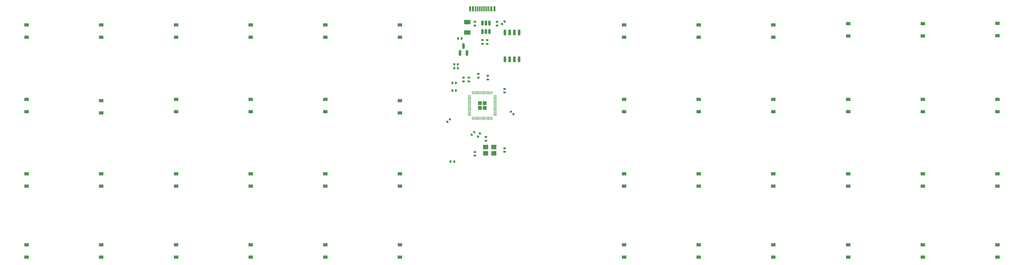
<source format=gbr>
%TF.GenerationSoftware,KiCad,Pcbnew,(6.0.7)*%
%TF.CreationDate,2022-08-22T17:31:43+01:00*%
%TF.ProjectId,ortho40,6f727468-6f34-4302-9e6b-696361645f70,rev?*%
%TF.SameCoordinates,Original*%
%TF.FileFunction,Paste,Bot*%
%TF.FilePolarity,Positive*%
%FSLAX46Y46*%
G04 Gerber Fmt 4.6, Leading zero omitted, Abs format (unit mm)*
G04 Created by KiCad (PCBNEW (6.0.7)) date 2022-08-22 17:31:43*
%MOMM*%
%LPD*%
G01*
G04 APERTURE LIST*
G04 Aperture macros list*
%AMRoundRect*
0 Rectangle with rounded corners*
0 $1 Rounding radius*
0 $2 $3 $4 $5 $6 $7 $8 $9 X,Y pos of 4 corners*
0 Add a 4 corners polygon primitive as box body*
4,1,4,$2,$3,$4,$5,$6,$7,$8,$9,$2,$3,0*
0 Add four circle primitives for the rounded corners*
1,1,$1+$1,$2,$3*
1,1,$1+$1,$4,$5*
1,1,$1+$1,$6,$7*
1,1,$1+$1,$8,$9*
0 Add four rect primitives between the rounded corners*
20,1,$1+$1,$2,$3,$4,$5,0*
20,1,$1+$1,$4,$5,$6,$7,0*
20,1,$1+$1,$6,$7,$8,$9,0*
20,1,$1+$1,$8,$9,$2,$3,0*%
G04 Aperture macros list end*
%ADD10R,1.200000X0.900000*%
%ADD11RoundRect,0.140000X0.170000X-0.140000X0.170000X0.140000X-0.170000X0.140000X-0.170000X-0.140000X0*%
%ADD12RoundRect,0.140000X0.140000X0.170000X-0.140000X0.170000X-0.140000X-0.170000X0.140000X-0.170000X0*%
%ADD13RoundRect,0.250000X-0.625000X0.375000X-0.625000X-0.375000X0.625000X-0.375000X0.625000X0.375000X0*%
%ADD14RoundRect,0.135000X0.185000X-0.135000X0.185000X0.135000X-0.185000X0.135000X-0.185000X-0.135000X0*%
%ADD15R,1.400000X1.200000*%
%ADD16RoundRect,0.135000X-0.035355X0.226274X-0.226274X0.035355X0.035355X-0.226274X0.226274X-0.035355X0*%
%ADD17RoundRect,0.150000X0.150000X-0.587500X0.150000X0.587500X-0.150000X0.587500X-0.150000X-0.587500X0*%
%ADD18RoundRect,0.135000X0.135000X0.185000X-0.135000X0.185000X-0.135000X-0.185000X0.135000X-0.185000X0*%
%ADD19RoundRect,0.140000X-0.021213X0.219203X-0.219203X0.021213X0.021213X-0.219203X0.219203X-0.021213X0*%
%ADD20RoundRect,0.250000X0.292217X0.292217X-0.292217X0.292217X-0.292217X-0.292217X0.292217X-0.292217X0*%
%ADD21RoundRect,0.050000X0.387500X0.050000X-0.387500X0.050000X-0.387500X-0.050000X0.387500X-0.050000X0*%
%ADD22RoundRect,0.050000X0.050000X0.387500X-0.050000X0.387500X-0.050000X-0.387500X0.050000X-0.387500X0*%
%ADD23RoundRect,0.135000X-0.185000X0.135000X-0.185000X-0.135000X0.185000X-0.135000X0.185000X0.135000X0*%
%ADD24RoundRect,0.140000X-0.140000X-0.170000X0.140000X-0.170000X0.140000X0.170000X-0.140000X0.170000X0*%
%ADD25RoundRect,0.140000X-0.170000X0.140000X-0.170000X-0.140000X0.170000X-0.140000X0.170000X0.140000X0*%
%ADD26RoundRect,0.150000X0.150000X-0.512500X0.150000X0.512500X-0.150000X0.512500X-0.150000X-0.512500X0*%
%ADD27RoundRect,0.140000X-0.219203X-0.021213X-0.021213X-0.219203X0.219203X0.021213X0.021213X0.219203X0*%
%ADD28R,0.600000X1.450000*%
%ADD29R,0.300000X1.450000*%
%ADD30RoundRect,0.140000X-0.077224X0.206244X-0.217224X-0.036244X0.077224X-0.206244X0.217224X0.036244X0*%
%ADD31RoundRect,0.150000X-0.150000X0.650000X-0.150000X-0.650000X0.150000X-0.650000X0.150000X0.650000X0*%
G04 APERTURE END LIST*
D10*
%TO.C,D6*%
X218000000Y-31650000D03*
X218000000Y-28350000D03*
%TD*%
%TO.C,D39*%
X78000000Y-90650000D03*
X78000000Y-87350000D03*
%TD*%
D11*
%TO.C,C14*%
X186000000Y-46480000D03*
X186000000Y-45520000D03*
%TD*%
%TO.C,C6*%
X176455282Y-43500759D03*
X176455282Y-42540759D03*
%TD*%
D10*
%TO.C,D21*%
X158000000Y-52000000D03*
X158000000Y-48700000D03*
%TD*%
%TO.C,D16*%
X118000000Y-51650000D03*
X118000000Y-48350000D03*
%TD*%
%TO.C,D22*%
X238000000Y-51650000D03*
X238000000Y-48350000D03*
%TD*%
D12*
%TO.C,C2*%
X174480000Y-32000000D03*
X173520000Y-32000000D03*
%TD*%
D13*
%TO.C,F1*%
X176000000Y-27600000D03*
X176000000Y-30400000D03*
%TD*%
D10*
%TO.C,D23*%
X278000000Y-51650000D03*
X278000000Y-48350000D03*
%TD*%
D14*
%TO.C,R2*%
X181324156Y-33460671D03*
X181324156Y-32440671D03*
%TD*%
D15*
%TO.C,Y1*%
X180900000Y-61100000D03*
X183100000Y-61100000D03*
X183100000Y-62800000D03*
X180900000Y-62800000D03*
%TD*%
D10*
%TO.C,D31*%
X258000000Y-71650000D03*
X258000000Y-68350000D03*
%TD*%
%TO.C,D18*%
X218000000Y-51650000D03*
X218000000Y-48350000D03*
%TD*%
D16*
%TO.C,R6*%
X186034799Y-27394231D03*
X185313551Y-28115479D03*
%TD*%
D11*
%TO.C,C5*%
X181500000Y-42980000D03*
X181500000Y-42020000D03*
%TD*%
D12*
%TO.C,C8*%
X172999309Y-43964820D03*
X172039309Y-43964820D03*
%TD*%
D10*
%TO.C,D2*%
X98000000Y-31650000D03*
X98000000Y-28350000D03*
%TD*%
%TO.C,D46*%
X238000000Y-90650000D03*
X238000000Y-87350000D03*
%TD*%
D17*
%TO.C,U2*%
X175950000Y-35937500D03*
X174050000Y-35937500D03*
X175000000Y-34062500D03*
%TD*%
D11*
%TO.C,C16*%
X178000000Y-63430000D03*
X178000000Y-62470000D03*
%TD*%
D10*
%TO.C,D41*%
X138000000Y-90650000D03*
X138000000Y-87350000D03*
%TD*%
%TO.C,D11*%
X278000000Y-31300000D03*
X278000000Y-28000000D03*
%TD*%
%TO.C,D7*%
X258000000Y-31650000D03*
X258000000Y-28350000D03*
%TD*%
%TO.C,D10*%
X238000000Y-31650000D03*
X238000000Y-28350000D03*
%TD*%
D18*
%TO.C,R1*%
X171490000Y-65000000D03*
X172510000Y-65000000D03*
%TD*%
D10*
%TO.C,D14*%
X98000000Y-51650000D03*
X98000000Y-48350000D03*
%TD*%
%TO.C,D17*%
X138000000Y-51650000D03*
X138000000Y-48350000D03*
%TD*%
%TO.C,D27*%
X78000000Y-71650000D03*
X78000000Y-68350000D03*
%TD*%
D19*
%TO.C,C4*%
X177835429Y-57132795D03*
X177156607Y-57811617D03*
%TD*%
D10*
%TO.C,D32*%
X298000000Y-71650000D03*
X298000000Y-68350000D03*
%TD*%
%TO.C,D42*%
X218000000Y-90650000D03*
X218000000Y-87350000D03*
%TD*%
%TO.C,D1*%
X58000000Y-31650000D03*
X58000000Y-28350000D03*
%TD*%
%TO.C,D36*%
X318000000Y-71650000D03*
X318000000Y-68350000D03*
%TD*%
D20*
%TO.C,U1*%
X179362500Y-49362500D03*
X180637500Y-49362500D03*
X180637500Y-50637500D03*
X179362500Y-50637500D03*
D21*
X183437500Y-47400000D03*
X183437500Y-47800000D03*
X183437500Y-48200000D03*
X183437500Y-48600000D03*
X183437500Y-49000000D03*
X183437500Y-49400000D03*
X183437500Y-49800000D03*
X183437500Y-50200000D03*
X183437500Y-50600000D03*
X183437500Y-51000000D03*
X183437500Y-51400000D03*
X183437500Y-51800000D03*
X183437500Y-52200000D03*
X183437500Y-52600000D03*
D22*
X182600000Y-53437500D03*
X182200000Y-53437500D03*
X181800000Y-53437500D03*
X181400000Y-53437500D03*
X181000000Y-53437500D03*
X180600000Y-53437500D03*
X180200000Y-53437500D03*
X179800000Y-53437500D03*
X179400000Y-53437500D03*
X179000000Y-53437500D03*
X178600000Y-53437500D03*
X178200000Y-53437500D03*
X177800000Y-53437500D03*
X177400000Y-53437500D03*
D21*
X176562500Y-52600000D03*
X176562500Y-52200000D03*
X176562500Y-51800000D03*
X176562500Y-51400000D03*
X176562500Y-51000000D03*
X176562500Y-50600000D03*
X176562500Y-50200000D03*
X176562500Y-49800000D03*
X176562500Y-49400000D03*
X176562500Y-49000000D03*
X176562500Y-48600000D03*
X176562500Y-48200000D03*
X176562500Y-47800000D03*
X176562500Y-47400000D03*
D22*
X177400000Y-46562500D03*
X177800000Y-46562500D03*
X178200000Y-46562500D03*
X178600000Y-46562500D03*
X179000000Y-46562500D03*
X179400000Y-46562500D03*
X179800000Y-46562500D03*
X180200000Y-46562500D03*
X180600000Y-46562500D03*
X181000000Y-46562500D03*
X181400000Y-46562500D03*
X181800000Y-46562500D03*
X182200000Y-46562500D03*
X182600000Y-46562500D03*
%TD*%
D23*
%TO.C,R4*%
X178000000Y-27490000D03*
X178000000Y-28510000D03*
%TD*%
D10*
%TO.C,D12*%
X318000000Y-31250000D03*
X318000000Y-27950000D03*
%TD*%
D11*
%TO.C,C7*%
X179000000Y-42480000D03*
X179000000Y-41520000D03*
%TD*%
D10*
%TO.C,D40*%
X118000000Y-90650000D03*
X118000000Y-87350000D03*
%TD*%
D23*
%TO.C,R5*%
X184000000Y-27490000D03*
X184000000Y-28510000D03*
%TD*%
D19*
%TO.C,C13*%
X171339411Y-53660589D03*
X170660589Y-54339411D03*
%TD*%
D10*
%TO.C,D25*%
X58000000Y-71650000D03*
X58000000Y-68350000D03*
%TD*%
D12*
%TO.C,C10*%
X172999309Y-45964820D03*
X172039309Y-45964820D03*
%TD*%
D10*
%TO.C,D47*%
X278000000Y-90650000D03*
X278000000Y-87350000D03*
%TD*%
%TO.C,D30*%
X218000000Y-71650000D03*
X218000000Y-68350000D03*
%TD*%
%TO.C,D15*%
X78000000Y-52000000D03*
X78000000Y-48700000D03*
%TD*%
%TO.C,D26*%
X98000000Y-71650000D03*
X98000000Y-68350000D03*
%TD*%
%TO.C,D43*%
X258000000Y-90650000D03*
X258000000Y-87350000D03*
%TD*%
D24*
%TO.C,C3*%
X172520000Y-40000000D03*
X173480000Y-40000000D03*
%TD*%
D10*
%TO.C,D4*%
X118000000Y-31650000D03*
X118000000Y-28350000D03*
%TD*%
%TO.C,D19*%
X258000000Y-51650000D03*
X258000000Y-48350000D03*
%TD*%
D25*
%TO.C,C15*%
X186000000Y-61470000D03*
X186000000Y-62430000D03*
%TD*%
D10*
%TO.C,D8*%
X298000000Y-31300000D03*
X298000000Y-28000000D03*
%TD*%
%TO.C,D33*%
X158000000Y-71650000D03*
X158000000Y-68350000D03*
%TD*%
D24*
%TO.C,C12*%
X172520000Y-38985000D03*
X173480000Y-38985000D03*
%TD*%
D26*
%TO.C,U4*%
X181950000Y-30137500D03*
X181000000Y-30137500D03*
X180050000Y-30137500D03*
X180050000Y-27862500D03*
X181000000Y-27862500D03*
X181950000Y-27862500D03*
%TD*%
D23*
%TO.C,R7*%
X181000000Y-58440000D03*
X181000000Y-59460000D03*
%TD*%
D10*
%TO.C,D44*%
X298000000Y-90650000D03*
X298000000Y-87350000D03*
%TD*%
%TO.C,D35*%
X278000000Y-71650000D03*
X278000000Y-68350000D03*
%TD*%
%TO.C,D38*%
X98000000Y-90650000D03*
X98000000Y-87350000D03*
%TD*%
%TO.C,D13*%
X58000000Y-51650000D03*
X58000000Y-48350000D03*
%TD*%
%TO.C,D3*%
X78000000Y-31650000D03*
X78000000Y-28350000D03*
%TD*%
%TO.C,D24*%
X318000000Y-51650000D03*
X318000000Y-48350000D03*
%TD*%
%TO.C,D34*%
X238000000Y-71650000D03*
X238000000Y-68350000D03*
%TD*%
%TO.C,D29*%
X138000000Y-71650000D03*
X138000000Y-68350000D03*
%TD*%
D11*
%TO.C,C9*%
X175000000Y-43480000D03*
X175000000Y-42520000D03*
%TD*%
D10*
%TO.C,D9*%
X158000000Y-31650000D03*
X158000000Y-28350000D03*
%TD*%
%TO.C,D48*%
X318000000Y-90650000D03*
X318000000Y-87350000D03*
%TD*%
%TO.C,D20*%
X298000000Y-51650000D03*
X298000000Y-48350000D03*
%TD*%
D27*
%TO.C,C11*%
X187660589Y-51660589D03*
X188339411Y-52339411D03*
%TD*%
D10*
%TO.C,D28*%
X118000000Y-71650000D03*
X118000000Y-68350000D03*
%TD*%
%TO.C,D5*%
X138000000Y-31650000D03*
X138000000Y-28350000D03*
%TD*%
D28*
%TO.C,J2*%
X176750000Y-24045000D03*
X177550000Y-24045000D03*
D29*
X178750000Y-24045000D03*
X179750000Y-24045000D03*
X180250000Y-24045000D03*
X181250000Y-24045000D03*
D28*
X182450000Y-24045000D03*
X183250000Y-24045000D03*
X183250000Y-24045000D03*
X182450000Y-24045000D03*
D29*
X181750000Y-24045000D03*
X180750000Y-24045000D03*
X179250000Y-24045000D03*
X178250000Y-24045000D03*
D28*
X177550000Y-24045000D03*
X176750000Y-24045000D03*
%TD*%
D10*
%TO.C,D45*%
X158000000Y-90650000D03*
X158000000Y-87350000D03*
%TD*%
D30*
%TO.C,C1*%
X179371503Y-57514574D03*
X178891503Y-58345958D03*
%TD*%
D10*
%TO.C,D37*%
X58000000Y-90650000D03*
X58000000Y-87350000D03*
%TD*%
D14*
%TO.C,R3*%
X180072022Y-33470344D03*
X180072022Y-32450344D03*
%TD*%
D31*
%TO.C,U3*%
X186095000Y-30400000D03*
X187365000Y-30400000D03*
X188635000Y-30400000D03*
X189905000Y-30400000D03*
X189905000Y-37600000D03*
X188635000Y-37600000D03*
X187365000Y-37600000D03*
X186095000Y-37600000D03*
%TD*%
M02*

</source>
